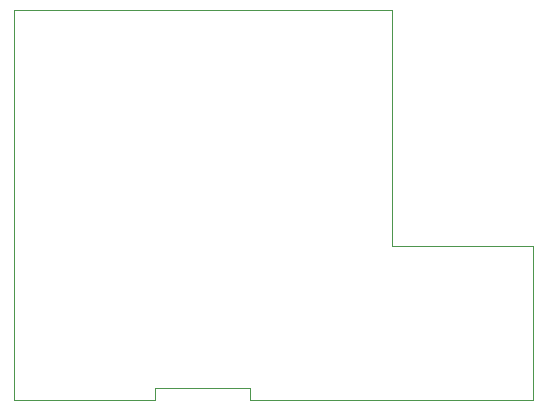
<source format=gbr>
G04 #@! TF.FileFunction,Profile,NP*
%FSLAX46Y46*%
G04 Gerber Fmt 4.6, Leading zero omitted, Abs format (unit mm)*
G04 Created by KiCad (PCBNEW (2015-01-16 BZR 5376)-product) date 07/04/2015 12:08:15*
%MOMM*%
G01*
G04 APERTURE LIST*
%ADD10C,0.100000*%
G04 APERTURE END LIST*
D10*
X114000000Y-53000000D02*
X102000000Y-53000000D01*
X114000000Y-40000000D02*
X114000000Y-53000000D01*
X102000000Y-40000000D02*
X114000000Y-40000000D01*
X102000000Y-20000000D02*
X102000000Y-40000000D01*
X90000000Y-53000000D02*
X102000000Y-53000000D01*
X90000000Y-52000000D02*
X90000000Y-53000000D01*
X82000000Y-52000000D02*
X90000000Y-52000000D01*
X82000000Y-53000000D02*
X82000000Y-52000000D01*
X70000000Y-53000000D02*
X82000000Y-53000000D01*
X70000000Y-53000000D02*
X70000000Y-20000000D01*
X70000000Y-20000000D02*
X102000000Y-20000000D01*
M02*

</source>
